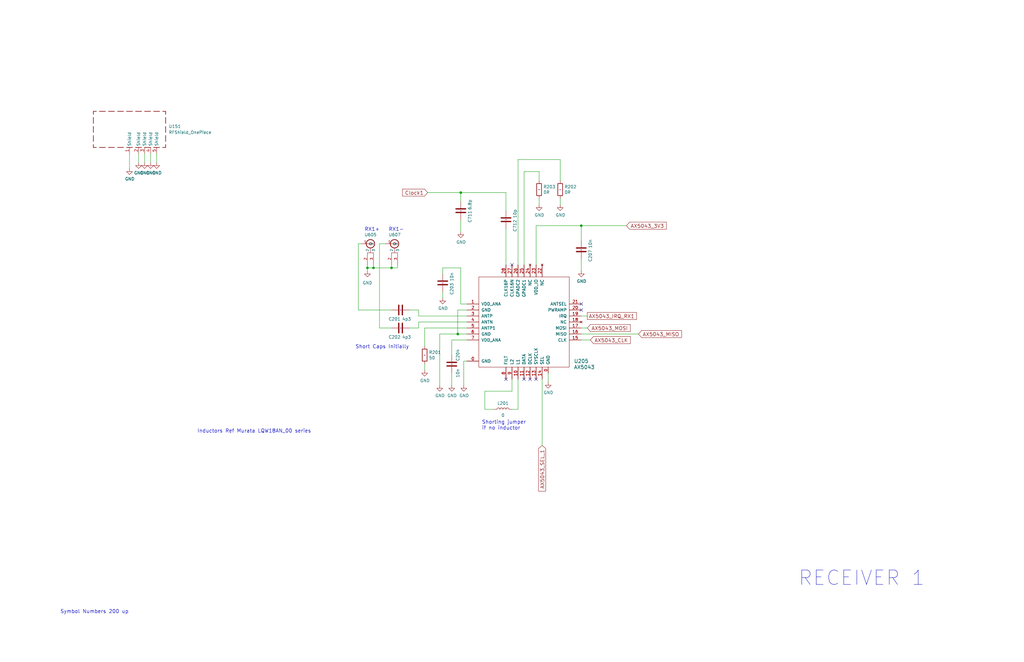
<source format=kicad_sch>
(kicad_sch (version 20230121) (generator eeschema)
  (paper "USLedger")
  (title_block (title "Radiation Tolerant PacSat Communication") (date "2023-06-17") (rev "A") (company "AMSAT-NA") (comment 1 "N5BRG"))
  (lib_symbols
    (symbol "Device:C" (pin_numbers hide) (pin_names (offset 0.254))
      (property "Reference" "C" (at 0.635 2.54 0))
      (property "Value" "C" (at 0.635 -2.54 0))
      (symbol "C_0_1"
        (polyline (pts (xy -2.032 -0.762) (xy 2.032 -0.762)) (stroke (width 0.508)))
        (polyline (pts (xy -2.032 0.762) (xy 2.032 0.762)) (stroke (width 0.508)))
      )
      (symbol "C_1_1"
        (pin passive line (at 0 3.81 270) (length 2.794) (name "~") (number "1"))
        (pin passive line (at 0 -3.81 90) (length 2.794) (name "~") (number "2"))
      )
    )
    (symbol "Device:L" (pin_numbers hide) (pin_names (offset 1.016) hide)
      (property "Reference" "L" (at -1.27 0 90))
      (property "Value" "L" (at 1.905 0 90))
      (symbol "L_0_1"
        (arc (start 0 -2.54) (mid 0.6323 -1.905) (end 0 -1.27))
        (arc (start 0 -1.27) (mid 0.6323 -0.635) (end 0 0))
        (arc (start 0 0) (mid 0.6323 0.635) (end 0 1.27))
        (arc (start 0 1.27) (mid 0.6323 1.905) (end 0 2.54))
      )
      (symbol "L_1_1"
        (pin passive line (at 0 3.81 270) (length 1.27) (name "1") (number "1"))
        (pin passive line (at 0 -3.81 90) (length 1.27) (name "2") (number "2"))
      )
    )
    (symbol "Device:R" (pin_numbers hide) (pin_names (offset 0))
      (property "Reference" "R" (at 2.032 0 90))
      (property "Value" "R" (at 0 0 90))
      (symbol "R_0_1"
        (rectangle (start -1.016 -2.54) (end 1.016 2.54) (stroke (width 0.254)))
      )
      (symbol "R_1_1"
        (pin passive line (at 0 3.81 270) (length 1.27) (name "~") (number "1"))
        (pin passive line (at 0 -3.81 90) (length 1.27) (name "~") (number "2"))
      )
    )
    (symbol "PACSAT_DEV_misc:AX5043" (pin_names (offset 1.016))
      (property "Reference" "U156" (at 16.51 -21.59 0))
      (property "Value" "AX5043" (at -5.08 0 0))
      (symbol "AX5043_0_1"
        (rectangle (start -19.05 19.05) (end 19.05 -19.05))
      )
      (symbol "AX5043_1_1"
        (pin passive line (at -24.13 -16.51 0) (length 5.08) (name "GND") (number "0"))
        (pin power_in line (at 10.16 -21.59 90) (length 2.54) (name "GND") (number "0"))
        (pin passive line (at -24.13 7.62 0) (length 5.08) (name "VDD_ANA") (number "1"))
        (pin passive line (at -2.54 -24.13 90) (length 5.08) (name "L1") (number "10"))
        (pin input line (at 0 -24.13 90) (length 5.08) (name "DATA") (number "11"))
        (pin input line (at 2.54 -24.13 90) (length 5.08) (name "DCLK") (number "12"))
        (pin output line (at 5.08 -24.13 90) (length 5.08) (name "SYSCLK") (number "13"))
        (pin input line (at 7.62 -24.13 90) (length 5.08) (name "SEL") (number "14"))
        (pin input line (at 24.13 -7.62 180) (length 5.08) (name "CLK") (number "15"))
        (pin tri_state line (at 24.13 -5.08 180) (length 5.08) (name "MISO") (number "16"))
        (pin input line (at 24.13 -2.54 180) (length 5.08) (name "MOSI") (number "17"))
        (pin no_connect line (at 24.13 0 180) (length 5.08) (name "NC") (number "18"))
        (pin output line (at 24.13 2.54 180) (length 5.08) (name "IRQ") (number "19"))
        (pin input line (at -24.13 5.08 0) (length 5.08) (name "GND") (number "2"))
        (pin output line (at 24.13 5.08 180) (length 5.08) (name "PWRAMP") (number "20"))
        (pin output line (at 24.13 7.62 180) (length 5.08) (name "ANTSEL") (number "21"))
        (pin no_connect line (at 7.62 24.13 270) (length 5.08) (name "NC") (number "22"))
        (pin passive line (at 5.08 24.13 270) (length 5.08) (name "VDD_IO") (number "23"))
        (pin no_connect line (at 2.54 24.13 270) (length 5.08) (name "NC") (number "24"))
        (pin input line (at 0 24.13 270) (length 5.08) (name "GPADC1") (number "25"))
        (pin input line (at -2.54 24.13 270) (length 5.08) (name "GPADC2") (number "26"))
        (pin passive line (at -5.08 24.13 270) (length 5.08) (name "CLK16N") (number "27"))
        (pin passive line (at -7.62 24.13 270) (length 5.08) (name "CLK16P") (number "28"))
        (pin bidirectional line (at -24.13 2.54 0) (length 5.08) (name "ANTP") (number "3"))
        (pin bidirectional line (at -24.13 0 0) (length 5.08) (name "ANTN") (number "4"))
        (pin output line (at -24.13 -2.54 0) (length 5.08) (name "ANTP1") (number "5"))
        (pin input line (at -24.13 -5.08 0) (length 5.08) (name "GND") (number "6"))
        (pin passive line (at -24.13 -7.62 0) (length 5.08) (name "VDD_ANA") (number "7"))
        (pin passive line (at -7.62 -24.13 90) (length 5.08) (name "FILT") (number "8"))
        (pin passive line (at -5.08 -24.13 90) (length 5.08) (name "L2") (number "9"))
      )
    )
    (symbol "PACSAT_DEV_misc:RF_SHIELD_BOX"
      (property "Reference" "U" (at -15.24 8.89 0))
      (symbol "RF_SHIELD_BOX_0_1"
        (polyline (pts (xy -16.51 -5.08) (xy -16.51 -2.54)) (stroke (width 0.254)))
        (polyline (pts (xy -16.51 -1.27) (xy -16.51 1.27)) (stroke (width 0.254)))
        (polyline (pts (xy -16.51 2.54) (xy -16.51 5.08)) (stroke (width 0.254)))
        (polyline (pts (xy -13.97 7.62) (xy -11.43 7.62)) (stroke (width 0.254)))
        (polyline (pts (xy -11.43 -7.62) (xy -13.97 -7.62)) (stroke (width 0.254)))
        (polyline (pts (xy -7.62 -7.62) (xy -10.16 -7.62)) (stroke (width 0.254)))
        (polyline (pts (xy -7.62 7.62) (xy -10.16 7.62)) (stroke (width 0.254)))
        (polyline (pts (xy -3.81 -7.62) (xy -6.35 -7.62)) (stroke (width 0.254)))
        (polyline (pts (xy -3.81 7.62) (xy -6.35 7.62)) (stroke (width 0.254)))
        (polyline (pts (xy -2.54 -7.62) (xy 0 -7.62)) (stroke (width 0.254)))
        (polyline (pts (xy 0 7.62) (xy -2.54 7.62)) (stroke (width 0.254)))
        (polyline (pts (xy 1.27 -7.62) (xy 3.81 -7.62)) (stroke (width 0.254)))
        (polyline (pts (xy 3.81 7.62) (xy 1.27 7.62)) (stroke (width 0.254)))
        (polyline (pts (xy 5.08 -7.62) (xy 7.62 -7.62)) (stroke (width 0.254)))
        (polyline (pts (xy 7.62 7.62) (xy 5.08 7.62)) (stroke (width 0.254)))
        (polyline (pts (xy 8.89 -7.62) (xy 11.43 -7.62)) (stroke (width 0.254)))
        (polyline (pts (xy 11.43 7.62) (xy 8.89 7.62)) (stroke (width 0.254)))
        (polyline (pts (xy 13.97 -5.08) (xy 13.97 -2.54)) (stroke (width 0.254)))
        (polyline (pts (xy 13.97 -1.27) (xy 13.97 1.27)) (stroke (width 0.254)))
        (polyline (pts (xy 13.97 2.54) (xy 13.97 5.08)) (stroke (width 0.254)))
        (polyline (pts (xy -16.51 6.35) (xy -16.51 7.62) (xy -15.24 7.62)) (stroke (width 0.254)))
        (polyline (pts (xy -15.24 -7.62) (xy -16.51 -7.62) (xy -16.51 -6.35)) (stroke (width 0.254)))
        (polyline (pts (xy 12.7 -7.62) (xy 13.97 -7.62) (xy 13.97 -6.35)) (stroke (width 0.254)))
        (polyline (pts (xy 13.97 6.35) (xy 13.97 7.62) (xy 12.7 7.62)) (stroke (width 0.254)))
      )
      (symbol "RF_SHIELD_BOX_1_1"
        (pin power_in line (at -1.27 -10.16 90) (length 2.54) (name "Shield") (number "1"))
        (pin power_in line (at 2.54 -10.16 90) (length 2.54) (name "Shield") (number "2"))
        (pin power_in line (at 5.08 -10.16 90) (length 2.54) (name "Shield") (number "3"))
        (pin power_in line (at 7.62 -10.16 90) (length 2.54) (name "Shield") (number "4"))
        (pin power_in line (at 10.16 -10.16 90) (length 2.54) (name "Shield") (number "5"))
      )
    )
    (symbol "PACSAT_DEV_misc:U_FL"
      (property "Reference" "U" (at -3.81 2.54 0))
      (symbol "U_FL_0_1"
        (polyline (pts (xy -1.27 -3.81) (xy 1.27 -3.81)))
        (polyline (pts (xy 0 -3.81) (xy 0 -1.778)))
        (circle (center 0 0) (radius 0.508) (stroke (width 0.2032)))
        (circle (center 0 0) (radius 1.778) (stroke (width 0.3048)))
      )
      (symbol "U_FL_1_1"
        (pin bidirectional line (at -3.81 0 0) (length 3.302) (name "In") (number "1"))
        (pin power_in line (at -1.27 -8.89 90) (length 5.08) (name "2") (number "2"))
        (pin power_in line (at 1.27 -8.89 90) (length 5.08) (name "3") (number "3"))
      )
    )
    (symbol "power:GND" (power) (pin_names (offset 0))
      (property "Value" "GND" (at 0 -3.81 0))
      (symbol "GND_0_1"
        (polyline (pts (xy 0 0) (xy 0 -1.27) (xy 1.27 -1.27) (xy 0 -2.54) (xy -1.27 -1.27) (xy 0 -1.27)))
      )
      (symbol "GND_1_1"
        (pin power_in line (at 0 0 270) (length 0) hide (name "GND") (number "1"))
      )
    )
  )
  (junction (at 154.94 113.03))
  (junction (at 193.04 140.97))
  (junction (at 165.1 113.03))
  (junction (at 157.48 113.03))
  (junction (at 194.31 81.28))
  (junction (at 245.11 95.25))
  (no_connect (at 223.52 160.02))
  (no_connect (at 213.36 160.02))
  (no_connect (at 215.9 111.76))
  (no_connect (at 245.11 128.27))
  (no_connect (at 226.06 160.02))
  (no_connect (at 220.98 160.02))
  (no_connect (at 245.11 130.81))
  (wire (pts (xy 220.98 72.39) (xy 227.33 72.39)))
  (wire (pts (xy 194.31 113.03) (xy 186.69 113.03)))
  (wire (pts (xy 193.04 140.97) (xy 196.85 140.97)))
  (wire (pts (xy 179.07 153.67) (xy 179.07 156.21)))
  (wire (pts (xy 245.11 95.25) (xy 264.16 95.25)))
  (wire (pts (xy 179.07 138.43) (xy 196.85 138.43)))
  (wire (pts (xy 60.96 64.77) (xy 60.96 68.58)))
  (wire (pts (xy 236.22 67.31) (xy 236.22 76.2)))
  (wire (pts (xy 194.31 128.27) (xy 194.31 113.03)))
  (wire (pts (xy 151.13 130.81) (xy 165.1 130.81)))
  (wire (pts (xy 151.13 102.87) (xy 151.13 130.81)))
  (wire (pts (xy 154.94 113.03) (xy 157.48 113.03)))
  (wire (pts (xy 165.1 113.03) (xy 167.64 113.03)))
  (wire (pts (xy 54.61 64.77) (xy 54.61 71.12)))
  (wire (pts (xy 213.36 96.52) (xy 213.36 111.76)))
  (wire (pts (xy 215.9 165.1) (xy 204.47 165.1)))
  (wire (pts (xy 186.69 113.03) (xy 186.69 115.57)))
  (wire (pts (xy 245.11 101.6) (xy 245.11 95.25)))
  (wire (pts (xy 186.69 123.19) (xy 186.69 125.73)))
  (wire (pts (xy 194.31 81.28) (xy 194.31 85.09)))
  (wire (pts (xy 176.53 138.43) (xy 176.53 135.89)))
  (wire (pts (xy 215.9 172.72) (xy 218.44 172.72)))
  (wire (pts (xy 66.04 64.77) (xy 66.04 68.58)))
  (wire (pts (xy 160.02 138.43) (xy 165.1 138.43)))
  (wire (pts (xy 160.02 102.87) (xy 160.02 138.43)))
  (wire (pts (xy 220.98 72.39) (xy 220.98 111.76)))
  (wire (pts (xy 154.94 111.76) (xy 154.94 113.03)))
  (wire (pts (xy 185.42 140.97) (xy 193.04 140.97)))
  (wire (pts (xy 218.44 160.02) (xy 218.44 172.72)))
  (wire (pts (xy 195.58 152.4) (xy 195.58 162.56)))
  (wire (pts (xy 204.47 165.1) (xy 204.47 172.72)))
  (wire (pts (xy 196.85 130.81) (xy 193.04 130.81)))
  (wire (pts (xy 231.14 157.48) (xy 231.14 161.29)))
  (wire (pts (xy 226.06 95.25) (xy 245.11 95.25)))
  (wire (pts (xy 167.64 111.76) (xy 167.64 113.03)))
  (wire (pts (xy 236.22 83.82) (xy 236.22 86.36)))
  (wire (pts (xy 154.94 113.03) (xy 154.94 114.3)))
  (wire (pts (xy 245.11 133.35) (xy 247.65 133.35)))
  (wire (pts (xy 58.42 64.77) (xy 58.42 68.58)))
  (wire (pts (xy 245.11 138.43) (xy 247.65 138.43)))
  (wire (pts (xy 228.6 160.02) (xy 228.6 187.96)))
  (wire (pts (xy 227.33 83.82) (xy 227.33 86.36)))
  (wire (pts (xy 157.48 111.76) (xy 157.48 113.03)))
  (wire (pts (xy 176.53 133.35) (xy 196.85 133.35)))
  (wire (pts (xy 245.11 109.22) (xy 245.11 114.3)))
  (wire (pts (xy 190.5 143.51) (xy 190.5 149.86)))
  (wire (pts (xy 196.85 152.4) (xy 195.58 152.4)))
  (wire (pts (xy 218.44 67.31) (xy 236.22 67.31)))
  (wire (pts (xy 157.48 113.03) (xy 165.1 113.03)))
  (wire (pts (xy 226.06 111.76) (xy 226.06 95.25)))
  (wire (pts (xy 196.85 128.27) (xy 194.31 128.27)))
  (wire (pts (xy 172.72 138.43) (xy 176.53 138.43)))
  (wire (pts (xy 172.72 130.81) (xy 176.53 130.81)))
  (wire (pts (xy 185.42 162.56) (xy 185.42 140.97)))
  (wire (pts (xy 180.34 81.28) (xy 194.31 81.28)))
  (wire (pts (xy 213.36 81.28) (xy 213.36 88.9)))
  (wire (pts (xy 162.56 102.87) (xy 160.02 102.87)))
  (wire (pts (xy 204.47 172.72) (xy 208.28 172.72)))
  (wire (pts (xy 176.53 130.81) (xy 176.53 133.35)))
  (wire (pts (xy 152.4 102.87) (xy 151.13 102.87)))
  (wire (pts (xy 245.11 143.51) (xy 248.92 143.51)))
  (wire (pts (xy 245.11 140.97) (xy 269.24 140.97)))
  (wire (pts (xy 194.31 92.71) (xy 194.31 97.79)))
  (wire (pts (xy 63.5 64.77) (xy 63.5 68.58)))
  (wire (pts (xy 165.1 111.76) (xy 165.1 113.03)))
  (wire (pts (xy 218.44 67.31) (xy 218.44 111.76)))
  (wire (pts (xy 179.07 138.43) (xy 179.07 146.05)))
  (wire (pts (xy 176.53 135.89) (xy 196.85 135.89)))
  (wire (pts (xy 196.85 143.51) (xy 190.5 143.51)))
  (wire (pts (xy 190.5 157.48) (xy 190.5 162.56)))
  (wire (pts (xy 193.04 130.81) (xy 193.04 140.97)))
  (wire (pts (xy 194.31 81.28) (xy 213.36 81.28)))
  (wire (pts (xy 215.9 160.02) (xy 215.9 165.1)))
  (wire (pts (xy 227.33 72.39) (xy 227.33 76.2)))
  (text "Inductors Ref Murata LQW18AN_00 series" (at 83.185 182.88 0) (effects (font (size 1.524 1.524)) (justify left bottom)))
  (text "RECEIVER 1" (at 336.55 247.65 0) (effects (font (size 6.096 6.096)) (justify left bottom)))
  (text "Symbol Numbers 200 up" (at 25.4 259.08 0) (effects (font (size 1.524 1.524)) (justify left bottom)))
  (text "RX1+" (at 153.67 97.79 0) (effects (font (size 1.524 1.524)) (justify left bottom)))
  (text "Shorting jumper\nif no inductor" (at 203.2 181.61 0) (effects (font (size 1.524 1.524)) (justify left bottom)))
  (text "RX1-" (at 163.83 97.79 0) (effects (font (size 1.524 1.524)) (justify left bottom)))
  (text "Short Caps Initially" (at 149.86 147.32 0) (effects (font (size 1.524 1.524)) (justify left bottom)))
  (global_label "AX5043_MOSI" (shape input) (at 247.65 138.43 0) (effects (font (size 1.524 1.524))) (property "Intersheetrefs" "${INTERSHEET_REFS}" (effects hide)))
  (global_label "AX5043_IRQ_RX1" (shape passive) (at 247.65 133.35 0) (effects (font (size 1.524 1.524))) (property "Intersheetrefs" "${INTERSHEET_REFS}" (effects hide)))
  (global_label "AX5043_MISO" (shape input) (at 269.24 140.97 0) (effects (font (size 1.524 1.524))) (property "Intersheetrefs" "${INTERSHEET_REFS}" (effects hide)))
  (global_label "AX5043_CLK" (shape input) (at 248.92 143.51 0) (effects (font (size 1.524 1.524))) (property "Intersheetrefs" "${INTERSHEET_REFS}" (effects hide)))
  (global_label "Clock1" (shape input) (at 180.34 81.28 180) (effects (font (size 1.524 1.524))) (property "Intersheetrefs" "${INTERSHEET_REFS}" (effects hide)))
  (global_label "AX5043_SEL_1" (shape input) (at 228.6 187.96 270) (effects (font (size 1.524 1.524))) (property "Intersheetrefs" "${INTERSHEET_REFS}" (effects hide)))
  (global_label "AX5043_3V3" (shape input) (at 264.16 95.25 0) (effects (font (size 1.524 1.524))) (property "Intersheetrefs" "${INTERSHEET_REFS}" (effects hide)))
  (symbol (lib_id "PACSAT_DEV_misc:AX5043") (at 220.98 135.89 0) (unit 1)
    (property "Reference" "U205" (at 245.11 152.4 0) (effects (font (size 1.524 1.524))))
    (property "Value" "AX5043" (at 246.38 154.94 0) (effects (font (size 1.524 1.524))))
    (property "Footprint" "PacSatDev_onsemi:QFN28" (effects hide))
  )
  (symbol (lib_id "Device:C") (at 190.5 153.67 180) (unit 1)
    (property "Reference" "C204" (at 193.04 149.86 90))
    (property "Value" "10n" (at 193.04 157.48 90))
    (property "Footprint" "Capacitor_SMD:C_0603_1608Metric_Pad1.08x0.95mm_HandSolder" (effects hide))
    (property "Datasheet" "~" (at 190.5 153.67 0))
  )
  (symbol (lib_id "Device:C") (at 213.36 92.71 0) (unit 1)
    (property "Reference" "C712" (at 217.17 95.25 90))
    (property "Value" "10p" (at 217.17 90.17 90))
    (property "Footprint" "Capacitor_SMD:C_0603_1608Metric_Pad1.08x0.95mm_HandSolder" (effects hide))
    (property "Datasheet" "~" (at 213.36 92.71 0))
    (instances (project "PacSat_Dev_RevC_230824" (path "" (reference "C712") (unit 1)) (path "" (reference "C206") (unit 1))))
  )
  (symbol (lib_id "Device:C") (at 194.31 88.9 0) (unit 1)
    (property "Reference" "C711" (at 198.12 91.44 90))
    (property "Value" "6.8p" (at 198.12 86.36 90))
    (property "Footprint" "Capacitor_SMD:C_0603_1608Metric_Pad1.08x0.95mm_HandSolder" (effects hide))
    (property "Datasheet" "~" (at 194.31 88.9 0))
    (instances (project "PacSat_Dev_RevC_230824" (path "" (reference "C711") (unit 1)) (path "" (reference "C205") (unit 1))))
  )
  (symbol (lib_id "power:GND") (at 190.5 162.56 0) (unit 1)
    (property "Reference" "#PWR0206" (effects hide))
    (property "Value" "GND" (at 190.627 166.9542 0))
  )
  (symbol (lib_id "power:GND") (at 194.31 97.79 0) (unit 1)
    (property "Reference" "#PWR0735" (effects hide))
    (property "Value" "GND" (at 194.437 102.1842 0))
    (instances (project "PacSat_Dev_RevC_230824" (path "" (reference "#PWR0735") (unit 1)) (path "" (reference "#PWR0207") (unit 1))))
  )
  (symbol (lib_id "power:GND") (at 66.04 68.58 0) (unit 1)
    (property "Reference" "#PWR0161" (effects hide))
    (property "Value" "GND" (at 66.167 72.9742 0))
    (instances (project "PacSat_Dev_RevC_230824" (path "" (reference "#PWR0161") (unit 1)) (path "" (reference "#PWR0724") (unit 1))))
  )
  (symbol (lib_id "power:GND") (at 236.22 86.36 0) (unit 1)
    (property "Reference" "#PWR0211" (effects hide))
    (property "Value" "GND" (at 236.347 90.7542 0))
  )
  (symbol (lib_id "power:GND") (at 186.69 125.73 0) (unit 1)
    (property "Reference" "#PWR0205" (effects hide))
    (property "Value" "GND" (at 186.817 130.1242 0))
  )
  (symbol (lib_id "power:GND") (at 63.5 68.58 0) (unit 1)
    (property "Reference" "#PWR0161" (effects hide))
    (property "Value" "GND" (at 63.627 72.9742 0))
    (instances (project "PacSat_Dev_RevC_230824" (path "" (reference "#PWR0161") (unit 1)) (path "" (reference "#PWR0725") (unit 1))))
  )
  (symbol (lib_id "Device:C") (at 245.11 105.41 0) (unit 1)
    (property "Reference" "C207" (at 248.92 107.95 90))
    (property "Value" "10n" (at 248.92 102.87 90))
    (property "Footprint" "Capacitor_SMD:C_0603_1608Metric_Pad1.08x0.95mm_HandSolder" (effects hide))
    (property "Datasheet" "~" (at 245.11 105.41 0))
  )
  (symbol (lib_id "Device:C") (at 186.69 119.38 0) (unit 1)
    (property "Reference" "C203" (at 190.5 121.92 90))
    (property "Value" "10n" (at 190.5 116.84 90))
    (property "Footprint" "Capacitor_SMD:C_0603_1608Metric_Pad1.08x0.95mm_HandSolder" (effects hide))
    (property "Datasheet" "~" (at 186.69 119.38 0))
  )
  (symbol (lib_id "power:GND") (at 58.42 68.58 0) (unit 1)
    (property "Reference" "#PWR0161" (effects hide))
    (property "Value" "GND" (at 58.547 72.9742 0))
    (instances (project "PacSat_Dev_RevC_230824" (path "" (reference "#PWR0161") (unit 1)) (path "" (reference "#PWR0713") (unit 1))))
  )
  (symbol (lib_id "power:GND") (at 54.61 71.12 0) (unit 1)
    (property "Reference" "#PWR0161" (effects hide))
    (property "Value" "GND" (at 54.737 75.5142 0))
    (instances (project "PacSat_Dev_RevC_230824" (path "" (reference "#PWR0161") (unit 1)) (path "" (reference "#PWR0617") (unit 1))))
  )
  (symbol (lib_id "power:GND") (at 154.94 114.3 0) (unit 1)
    (property "Reference" "#PWR0614" (effects hide))
    (property "Value" "GND" (at 154.94 119.38 0))
    (instances (project "PacSat_Dev_RevC_230824" (path "" (reference "#PWR0614") (unit 1)) (path "" (reference "#PWR0202") (unit 1))))
  )
  (symbol (lib_id "power:GND") (at 231.14 161.29 0) (unit 1)
    (property "Reference" "#PWR0210" (effects hide))
    (property "Value" "GND" (at 231.267 165.6842 0))
  )
  (symbol (lib_id "power:GND") (at 245.11 114.3 0) (unit 1)
    (property "Reference" "#PWR0212" (effects hide))
    (property "Value" "GND" (at 245.237 118.6942 0))
  )
  (symbol (lib_id "Device:C") (at 168.91 130.81 270) (unit 1)
    (property "Reference" "C201" (at 166.37 134.62 90))
    (property "Value" "4p3" (at 171.45 134.62 90))
    (property "Footprint" "Capacitor_SMD:C_0603_1608Metric_Pad1.08x0.95mm_HandSolder" (effects hide))
    (property "Datasheet" "~" (at 168.91 130.81 0))
  )
  (symbol (lib_id "Device:L") (at 212.09 172.72 90) (unit 1)
    (property "Reference" "L201" (at 212.09 170.18 90))
    (property "Value" "0" (at 212.09 175.26 90))
    (property "Footprint" "amsat_misc:L_Murata_LQH2MCNxxxx02_2.0x1.6mm" (effects hide))
  )
  (symbol (lib_id "power:GND") (at 60.96 68.58 0) (unit 1)
    (property "Reference" "#PWR0161" (effects hide))
    (property "Value" "GND" (at 61.087 72.9742 0))
    (instances (project "PacSat_Dev_RevC_230824" (path "" (reference "#PWR0161") (unit 1)) (path "" (reference "#PWR0723") (unit 1))))
  )
  (symbol (lib_id "power:GND") (at 227.33 86.36 0) (unit 1)
    (property "Reference" "#PWR0209" (effects hide))
    (property "Value" "GND" (at 227.457 90.7542 0))
  )
  (symbol (lib_id "PACSAT_DEV_misc:U_FL") (at 156.21 102.87 0) (unit 1)
    (property "Reference" "U605" (at 153.67 99.06 0) (effects (justify left)))
    (property "Value" "~" (at 156.21 102.87 0))
    (property "Footprint" "PacSatDev_misc:U_FL" (effects hide))
    (instances (project "PacSat_Dev_RevC_230824" (path "" (reference "U605") (unit 1)) (path "" (reference "U208") (unit 1))))
  )
  (symbol (lib_id "power:GND") (at 185.42 162.56 0) (unit 1)
    (property "Reference" "#PWR0204" (effects hide))
    (property "Value" "GND" (at 185.547 166.9542 0))
  )
  (symbol (lib_id "power:GND") (at 179.07 156.21 0) (unit 1)
    (property "Reference" "#PWR0203" (effects hide))
    (property "Value" "GND" (at 179.197 160.6042 0))
  )
  (symbol (lib_id "Device:R") (at 236.22 80.01 0) (unit 1)
    (property "Reference" "R202" (at 237.998 78.8416 0) (effects (justify left)))
    (property "Value" "0R" (at 237.998 81.153 0) (effects (justify left)))
    (property "Footprint" "Resistor_SMD:R_0603_1608Metric_Pad0.98x0.95mm_HandSolder" (effects hide))
    (property "Datasheet" "~" (at 236.22 80.01 0))
  )
  (symbol (lib_id "Device:C") (at 168.91 138.43 270) (unit 1)
    (property "Reference" "C202" (at 166.37 142.24 90))
    (property "Value" "4p3" (at 171.45 142.24 90))
    (property "Footprint" "Capacitor_SMD:C_0603_1608Metric_Pad1.08x0.95mm_HandSolder" (effects hide))
    (property "Datasheet" "~" (at 168.91 138.43 0))
  )
  (symbol (lib_id "PACSAT_DEV_misc:RF_SHIELD_BOX") (at 55.88 54.61 0) (unit 1)
    (property "Reference" "U151" (at 71.12 53.34 0) (effects (justify left)))
    (property "Value" "RFShield_OnePiece" (at 71.12 55.88 0) (effects (justify left)))
    (property "Footprint" "PacSatDev_misc:RF_SHIELD_BMI_S_201_F_U201" (effects hide))
    (instances (project "PacSat_Dev_RevC_230824" (path "" (reference "U151") (unit 1)) (path "" (reference "U201") (unit 1))))
  )
  (symbol (lib_id "Device:R") (at 179.07 149.86 0) (unit 1)
    (property "Reference" "R201" (at 180.848 148.6916 0) (effects (justify left)))
    (property "Value" "50" (at 180.848 151.003 0) (effects (justify left)))
    (property "Footprint" "Resistor_SMD:R_0603_1608Metric_Pad0.98x0.95mm_HandSolder" (effects hide))
    (property "Datasheet" "~" (at 179.07 149.86 0))
  )
  (symbol (lib_id "power:GND") (at 195.58 162.56 0) (unit 1)
    (property "Reference" "#PWR0208" (effects hide))
    (property "Value" "GND" (at 195.707 166.9542 0))
  )
  (symbol (lib_id "Device:R") (at 227.33 80.01 0) (unit 1)
    (property "Reference" "R203" (at 229.108 78.8416 0) (effects (justify left)))
    (property "Value" "0R" (at 229.108 81.153 0) (effects (justify left)))
    (property "Footprint" "Resistor_SMD:R_0603_1608Metric_Pad0.98x0.95mm_HandSolder" (effects hide))
    (property "Datasheet" "~" (at 227.33 80.01 0))
  )
  (symbol (lib_id "PACSAT_DEV_misc:U_FL") (at 166.37 102.87 0) (unit 1)
    (property "Reference" "U607" (at 163.83 99.06 0) (effects (justify left)))
    (property "Value" "~" (at 166.37 102.87 0))
    (property "Footprint" "PacSatDev_misc:U_FL" (effects hide))
    (instances (project "PacSat_Dev_RevC_230824" (path "" (reference "U607") (unit 1)) (path "" (reference "U207") (unit 1))))
  )
)
</source>
